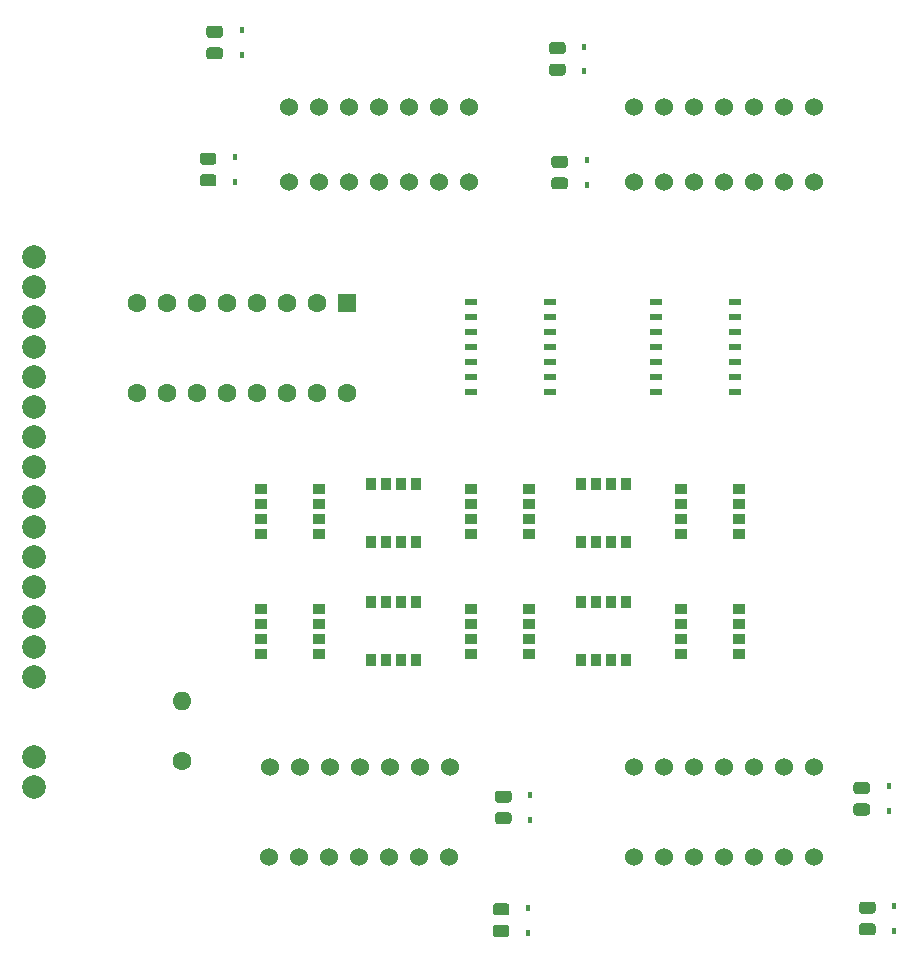
<source format=gbr>
%TF.GenerationSoftware,KiCad,Pcbnew,(5.1.7)-1*%
%TF.CreationDate,2020-11-19T14:16:26-06:00*%
%TF.ProjectId,SLEDBoard,534c4544-426f-4617-9264-2e6b69636164,v01*%
%TF.SameCoordinates,Original*%
%TF.FileFunction,Soldermask,Top*%
%TF.FilePolarity,Negative*%
%FSLAX46Y46*%
G04 Gerber Fmt 4.6, Leading zero omitted, Abs format (unit mm)*
G04 Created by KiCad (PCBNEW (5.1.7)-1) date 2020-11-19 14:16:26*
%MOMM*%
%LPD*%
G01*
G04 APERTURE LIST*
%ADD10C,1.524000*%
%ADD11R,1.100000X0.510000*%
%ADD12R,0.450000X0.600000*%
%ADD13R,1.600000X1.600000*%
%ADD14C,1.600000*%
%ADD15R,1.100000X0.900000*%
%ADD16R,0.900000X1.100000*%
%ADD17O,1.600000X1.600000*%
%ADD18C,2.000000*%
G04 APERTURE END LIST*
D10*
%TO.C,U10*%
X74930000Y-88900000D03*
X72390000Y-88900000D03*
X69850000Y-88900000D03*
X67310000Y-88900000D03*
X64770000Y-88900000D03*
X62230000Y-88900000D03*
X59690000Y-88900000D03*
%TD*%
%TO.C,U9*%
X74930000Y-95250000D03*
X72390000Y-95250000D03*
X69850000Y-95250000D03*
X67310000Y-95250000D03*
X64770000Y-95250000D03*
X62230000Y-95250000D03*
X59690000Y-95250000D03*
%TD*%
%TO.C,U8*%
X104140000Y-88900000D03*
X101600000Y-88900000D03*
X99060000Y-88900000D03*
X96520000Y-88900000D03*
X93980000Y-88900000D03*
X91440000Y-88900000D03*
X88900000Y-88900000D03*
%TD*%
%TO.C,U7*%
X104140000Y-95250000D03*
X101600000Y-95250000D03*
X99060000Y-95250000D03*
X96520000Y-95250000D03*
X93980000Y-95250000D03*
X91440000Y-95250000D03*
X88900000Y-95250000D03*
%TD*%
%TO.C,U6*%
X88900000Y-152400000D03*
X91440000Y-152400000D03*
X93980000Y-152400000D03*
X96520000Y-152400000D03*
X99060000Y-152400000D03*
X101600000Y-152400000D03*
X104140000Y-152400000D03*
%TD*%
%TO.C,U5*%
X88900000Y-144780000D03*
X91440000Y-144780000D03*
X93980000Y-144780000D03*
X96520000Y-144780000D03*
X99060000Y-144780000D03*
X101600000Y-144780000D03*
X104140000Y-144780000D03*
%TD*%
%TO.C,U4*%
X58060000Y-152400000D03*
X60600000Y-152400000D03*
X63140000Y-152400000D03*
X65680000Y-152400000D03*
X68220000Y-152400000D03*
X70760000Y-152400000D03*
X73300000Y-152400000D03*
%TD*%
%TO.C,U3*%
X58085000Y-144780000D03*
X60625000Y-144780000D03*
X63165000Y-144780000D03*
X65705000Y-144780000D03*
X68245000Y-144780000D03*
X70785000Y-144780000D03*
X73325000Y-144780000D03*
%TD*%
D11*
%TO.C,3SB1*%
X97485200Y-105410000D03*
X97485200Y-106680000D03*
X97485200Y-107950000D03*
X97485200Y-109220000D03*
X97485200Y-110490000D03*
X97485200Y-111760000D03*
X97485200Y-113030000D03*
X90785200Y-113030000D03*
X90785200Y-111760000D03*
X90785200Y-110490000D03*
X90785200Y-109220000D03*
X90785200Y-107950000D03*
X90785200Y-106680000D03*
X90785200Y-105410000D03*
%TD*%
%TO.C,3SB2*%
X75088000Y-105410000D03*
X75088000Y-106680000D03*
X75088000Y-107950000D03*
X75088000Y-109220000D03*
X75088000Y-110490000D03*
X75088000Y-111760000D03*
X75088000Y-113030000D03*
X81788000Y-113030000D03*
X81788000Y-111760000D03*
X81788000Y-110490000D03*
X81788000Y-109220000D03*
X81788000Y-107950000D03*
X81788000Y-106680000D03*
X81788000Y-105410000D03*
%TD*%
%TO.C,R18*%
G36*
G01*
X52964799Y-83868900D02*
X53864801Y-83868900D01*
G75*
G02*
X54114800Y-84118899I0J-249999D01*
G01*
X54114800Y-84643901D01*
G75*
G02*
X53864801Y-84893900I-249999J0D01*
G01*
X52964799Y-84893900D01*
G75*
G02*
X52714800Y-84643901I0J249999D01*
G01*
X52714800Y-84118899D01*
G75*
G02*
X52964799Y-83868900I249999J0D01*
G01*
G37*
G36*
G01*
X52964799Y-82043900D02*
X53864801Y-82043900D01*
G75*
G02*
X54114800Y-82293899I0J-249999D01*
G01*
X54114800Y-82818901D01*
G75*
G02*
X53864801Y-83068900I-249999J0D01*
G01*
X52964799Y-83068900D01*
G75*
G02*
X52714800Y-82818901I0J249999D01*
G01*
X52714800Y-82293899D01*
G75*
G02*
X52964799Y-82043900I249999J0D01*
G01*
G37*
%TD*%
%TO.C,R16*%
G36*
G01*
X52419699Y-92800100D02*
X53319701Y-92800100D01*
G75*
G02*
X53569700Y-93050099I0J-249999D01*
G01*
X53569700Y-93575101D01*
G75*
G02*
X53319701Y-93825100I-249999J0D01*
G01*
X52419699Y-93825100D01*
G75*
G02*
X52169700Y-93575101I0J249999D01*
G01*
X52169700Y-93050099D01*
G75*
G02*
X52419699Y-92800100I249999J0D01*
G01*
G37*
G36*
G01*
X52419699Y-94625100D02*
X53319701Y-94625100D01*
G75*
G02*
X53569700Y-94875099I0J-249999D01*
G01*
X53569700Y-95400101D01*
G75*
G02*
X53319701Y-95650100I-249999J0D01*
G01*
X52419699Y-95650100D01*
G75*
G02*
X52169700Y-95400101I0J249999D01*
G01*
X52169700Y-94875099D01*
G75*
G02*
X52419699Y-94625100I249999J0D01*
G01*
G37*
%TD*%
%TO.C,R14*%
G36*
G01*
X81990699Y-85256700D02*
X82890701Y-85256700D01*
G75*
G02*
X83140700Y-85506699I0J-249999D01*
G01*
X83140700Y-86031701D01*
G75*
G02*
X82890701Y-86281700I-249999J0D01*
G01*
X81990699Y-86281700D01*
G75*
G02*
X81740700Y-86031701I0J249999D01*
G01*
X81740700Y-85506699D01*
G75*
G02*
X81990699Y-85256700I249999J0D01*
G01*
G37*
G36*
G01*
X81990699Y-83431700D02*
X82890701Y-83431700D01*
G75*
G02*
X83140700Y-83681699I0J-249999D01*
G01*
X83140700Y-84206701D01*
G75*
G02*
X82890701Y-84456700I-249999J0D01*
G01*
X81990699Y-84456700D01*
G75*
G02*
X81740700Y-84206701I0J249999D01*
G01*
X81740700Y-83681699D01*
G75*
G02*
X81990699Y-83431700I249999J0D01*
G01*
G37*
%TD*%
%TO.C,R12*%
G36*
G01*
X82175299Y-94882300D02*
X83075301Y-94882300D01*
G75*
G02*
X83325300Y-95132299I0J-249999D01*
G01*
X83325300Y-95657301D01*
G75*
G02*
X83075301Y-95907300I-249999J0D01*
G01*
X82175299Y-95907300D01*
G75*
G02*
X81925300Y-95657301I0J249999D01*
G01*
X81925300Y-95132299D01*
G75*
G02*
X82175299Y-94882300I249999J0D01*
G01*
G37*
G36*
G01*
X82175299Y-93057300D02*
X83075301Y-93057300D01*
G75*
G02*
X83325300Y-93307299I0J-249999D01*
G01*
X83325300Y-93832301D01*
G75*
G02*
X83075301Y-94082300I-249999J0D01*
G01*
X82175299Y-94082300D01*
G75*
G02*
X81925300Y-93832301I0J249999D01*
G01*
X81925300Y-93307299D01*
G75*
G02*
X82175299Y-93057300I249999J0D01*
G01*
G37*
%TD*%
%TO.C,R10*%
G36*
G01*
X108228999Y-158034000D02*
X109129001Y-158034000D01*
G75*
G02*
X109379000Y-158283999I0J-249999D01*
G01*
X109379000Y-158809001D01*
G75*
G02*
X109129001Y-159059000I-249999J0D01*
G01*
X108228999Y-159059000D01*
G75*
G02*
X107979000Y-158809001I0J249999D01*
G01*
X107979000Y-158283999D01*
G75*
G02*
X108228999Y-158034000I249999J0D01*
G01*
G37*
G36*
G01*
X108228999Y-156209000D02*
X109129001Y-156209000D01*
G75*
G02*
X109379000Y-156458999I0J-249999D01*
G01*
X109379000Y-156984001D01*
G75*
G02*
X109129001Y-157234000I-249999J0D01*
G01*
X108228999Y-157234000D01*
G75*
G02*
X107979000Y-156984001I0J249999D01*
G01*
X107979000Y-156458999D01*
G75*
G02*
X108228999Y-156209000I249999J0D01*
G01*
G37*
%TD*%
%TO.C,R8*%
G36*
G01*
X107750999Y-147893000D02*
X108651001Y-147893000D01*
G75*
G02*
X108901000Y-148142999I0J-249999D01*
G01*
X108901000Y-148668001D01*
G75*
G02*
X108651001Y-148918000I-249999J0D01*
G01*
X107750999Y-148918000D01*
G75*
G02*
X107501000Y-148668001I0J249999D01*
G01*
X107501000Y-148142999D01*
G75*
G02*
X107750999Y-147893000I249999J0D01*
G01*
G37*
G36*
G01*
X107750999Y-146068000D02*
X108651001Y-146068000D01*
G75*
G02*
X108901000Y-146317999I0J-249999D01*
G01*
X108901000Y-146843001D01*
G75*
G02*
X108651001Y-147093000I-249999J0D01*
G01*
X107750999Y-147093000D01*
G75*
G02*
X107501000Y-146843001I0J249999D01*
G01*
X107501000Y-146317999D01*
G75*
G02*
X107750999Y-146068000I249999J0D01*
G01*
G37*
%TD*%
%TO.C,R6*%
G36*
G01*
X77221599Y-158178000D02*
X78121601Y-158178000D01*
G75*
G02*
X78371600Y-158427999I0J-249999D01*
G01*
X78371600Y-158953001D01*
G75*
G02*
X78121601Y-159203000I-249999J0D01*
G01*
X77221599Y-159203000D01*
G75*
G02*
X76971600Y-158953001I0J249999D01*
G01*
X76971600Y-158427999D01*
G75*
G02*
X77221599Y-158178000I249999J0D01*
G01*
G37*
G36*
G01*
X77221599Y-156353000D02*
X78121601Y-156353000D01*
G75*
G02*
X78371600Y-156602999I0J-249999D01*
G01*
X78371600Y-157128001D01*
G75*
G02*
X78121601Y-157378000I-249999J0D01*
G01*
X77221599Y-157378000D01*
G75*
G02*
X76971600Y-157128001I0J249999D01*
G01*
X76971600Y-156602999D01*
G75*
G02*
X77221599Y-156353000I249999J0D01*
G01*
G37*
%TD*%
%TO.C,R4*%
G36*
G01*
X77409399Y-148629000D02*
X78309401Y-148629000D01*
G75*
G02*
X78559400Y-148878999I0J-249999D01*
G01*
X78559400Y-149404001D01*
G75*
G02*
X78309401Y-149654000I-249999J0D01*
G01*
X77409399Y-149654000D01*
G75*
G02*
X77159400Y-149404001I0J249999D01*
G01*
X77159400Y-148878999D01*
G75*
G02*
X77409399Y-148629000I249999J0D01*
G01*
G37*
G36*
G01*
X77409399Y-146804000D02*
X78309401Y-146804000D01*
G75*
G02*
X78559400Y-147053999I0J-249999D01*
G01*
X78559400Y-147579001D01*
G75*
G02*
X78309401Y-147829000I-249999J0D01*
G01*
X77409399Y-147829000D01*
G75*
G02*
X77159400Y-147579001I0J249999D01*
G01*
X77159400Y-147053999D01*
G75*
G02*
X77409399Y-146804000I249999J0D01*
G01*
G37*
%TD*%
D12*
%TO.C,D1*%
X80145400Y-149279000D03*
X80145400Y-147179000D03*
%TD*%
%TO.C,D2*%
X79957600Y-156728000D03*
X79957600Y-158828000D03*
%TD*%
%TO.C,D3*%
X110487000Y-146443000D03*
X110487000Y-148543000D03*
%TD*%
%TO.C,D4*%
X110965000Y-158684000D03*
X110965000Y-156584000D03*
%TD*%
%TO.C,D5*%
X84911300Y-93432300D03*
X84911300Y-95532300D03*
%TD*%
%TO.C,D6*%
X84726700Y-83806700D03*
X84726700Y-85906700D03*
%TD*%
%TO.C,D7*%
X55155700Y-95275100D03*
X55155700Y-93175100D03*
%TD*%
%TO.C,D8*%
X55764000Y-84518900D03*
X55764000Y-82418900D03*
%TD*%
D13*
%TO.C,DECODER1*%
X64592200Y-105537000D03*
D14*
X62052200Y-105537000D03*
X59512200Y-105537000D03*
X56972200Y-105537000D03*
X54432200Y-105537000D03*
X51892200Y-105537000D03*
X49352200Y-105537000D03*
X49352200Y-113157000D03*
X51892200Y-113157000D03*
X54432200Y-113157000D03*
X56972200Y-113157000D03*
X59512200Y-113157000D03*
X62052200Y-113157000D03*
X64592200Y-113157000D03*
X46812200Y-105537000D03*
X46812200Y-113157000D03*
%TD*%
D15*
%TO.C,LED1*%
X62224920Y-125100080D03*
X62224920Y-123830080D03*
X62224920Y-122560080D03*
X62224920Y-121290080D03*
X57324920Y-125100080D03*
X57324920Y-123830080D03*
X57324920Y-122560080D03*
X57324920Y-121290080D03*
%TD*%
%TO.C,LED2*%
X57324920Y-131450080D03*
X57324920Y-132720080D03*
X57324920Y-133990080D03*
X57324920Y-135260080D03*
X62224920Y-131450080D03*
X62224920Y-132720080D03*
X62224920Y-133990080D03*
X62224920Y-135260080D03*
%TD*%
D16*
%TO.C,LED3*%
X70479920Y-120824920D03*
X69209920Y-120824920D03*
X67939920Y-120824920D03*
X66669920Y-120824920D03*
X70479920Y-125724920D03*
X69209920Y-125724920D03*
X67939920Y-125724920D03*
X66669920Y-125724920D03*
%TD*%
%TO.C,LED4*%
X70490080Y-130815080D03*
X69220080Y-130815080D03*
X67950080Y-130815080D03*
X66680080Y-130815080D03*
X70490080Y-135715080D03*
X69220080Y-135715080D03*
X67950080Y-135715080D03*
X66680080Y-135715080D03*
%TD*%
D15*
%TO.C,LED5*%
X80004920Y-125100080D03*
X80004920Y-123830080D03*
X80004920Y-122560080D03*
X80004920Y-121290080D03*
X75104920Y-125100080D03*
X75104920Y-123830080D03*
X75104920Y-122560080D03*
X75104920Y-121290080D03*
%TD*%
%TO.C,LED6*%
X75104920Y-131450080D03*
X75104920Y-132720080D03*
X75104920Y-133990080D03*
X75104920Y-135260080D03*
X80004920Y-131450080D03*
X80004920Y-132720080D03*
X80004920Y-133990080D03*
X80004920Y-135260080D03*
%TD*%
D16*
%TO.C,LED7*%
X88259920Y-120824920D03*
X86989920Y-120824920D03*
X85719920Y-120824920D03*
X84449920Y-120824920D03*
X88259920Y-125724920D03*
X86989920Y-125724920D03*
X85719920Y-125724920D03*
X84449920Y-125724920D03*
%TD*%
%TO.C,LED8*%
X84460080Y-135715080D03*
X85730080Y-135715080D03*
X87000080Y-135715080D03*
X88270080Y-135715080D03*
X84460080Y-130815080D03*
X85730080Y-130815080D03*
X87000080Y-130815080D03*
X88270080Y-130815080D03*
%TD*%
D15*
%TO.C,LED9*%
X97784920Y-125100080D03*
X97784920Y-123830080D03*
X97784920Y-122560080D03*
X97784920Y-121290080D03*
X92884920Y-125100080D03*
X92884920Y-123830080D03*
X92884920Y-122560080D03*
X92884920Y-121290080D03*
%TD*%
%TO.C,LED10*%
X97784920Y-135260080D03*
X97784920Y-133990080D03*
X97784920Y-132720080D03*
X97784920Y-131450080D03*
X92884920Y-135260080D03*
X92884920Y-133990080D03*
X92884920Y-132720080D03*
X92884920Y-131450080D03*
%TD*%
D14*
%TO.C,R1*%
X50625000Y-144325000D03*
D17*
X50625000Y-139245000D03*
%TD*%
D18*
%TO.C,U1*%
X38100000Y-146507000D03*
X38100000Y-143967000D03*
%TD*%
%TO.C,U2*%
X38100000Y-137160000D03*
X38100000Y-134620000D03*
X38100000Y-132080000D03*
X38100000Y-129540000D03*
X38100000Y-127000000D03*
X38100000Y-124460000D03*
X38100000Y-121920000D03*
X38100000Y-119380000D03*
X38100000Y-116840000D03*
X38100000Y-114300000D03*
X38100000Y-111760000D03*
X38100000Y-109220000D03*
X38100000Y-106680000D03*
X38100000Y-104140000D03*
X38100000Y-101600000D03*
%TD*%
M02*

</source>
